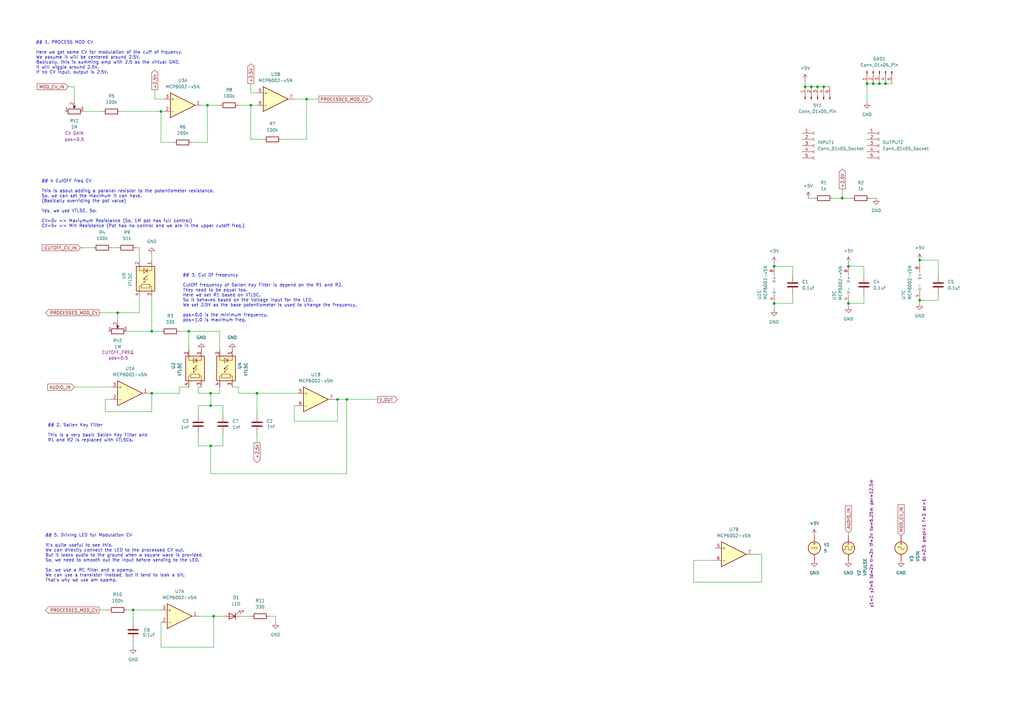
<source format=kicad_sch>
(kicad_sch (version 20231120) (generator "eeschema") (generator_version "8.0")
  (paper "A3")
  (lib_symbols
    (symbol "Amplifier_Operational:MCP6002-xSN" (pin_names (offset 0.127))
      (property "Reference" "U" (at 0 5.08 0))
      (property "Value" "MCP6002-xSN" (at 0 -5.08 0))
      (symbol "MCP6002-xSN_1_1"
        (polyline (pts (xy -5.08 5.08) (xy 5.08 0) (xy -5.08 -5.08) (xy -5.08 5.08)) (stroke (width 0.254)) (fill (type background)))
        (pin output line (at 7.62 0 180) (length 2.54) (name "~") (number "1"))
        (pin input line (at -7.62 -2.54 0) (length 2.54) (name "-") (number "2"))
        (pin input line (at -7.62 2.54 0) (length 2.54) (name "+") (number "3"))
      )
      (symbol "MCP6002-xSN_2_1"
        (polyline (pts (xy -5.08 5.08) (xy 5.08 0) (xy -5.08 -5.08) (xy -5.08 5.08)) (stroke (width 0.254)) (fill (type background)))
        (pin input line (at -7.62 2.54 0) (length 2.54) (name "+") (number "5"))
        (pin input line (at -7.62 -2.54 0) (length 2.54) (name "-") (number "6"))
        (pin output line (at 7.62 0 180) (length 2.54) (name "~") (number "7"))
      )
      (symbol "MCP6002-xSN_3_1"
        (pin power_in line (at -2.54 -7.62 90) (length 3.81) (name "V-") (number "4"))
        (pin power_in line (at -2.54 7.62 270) (length 3.81) (name "V+") (number "8"))
      )
    )
    (symbol "Connector:Conn_01x05_Pin" (pin_names (offset 1.016) hide)
      (property "Reference" "J" (at 0 7.62 0))
      (property "Value" "Conn_01x05_Pin" (at 0 -7.62 0))
      (symbol "Conn_01x05_Pin_1_1"
        (polyline (pts (xy 1.27 -5.08) (xy 0.8636 -5.08)) (stroke (width 0.1524)))
        (polyline (pts (xy 1.27 -2.54) (xy 0.8636 -2.54)) (stroke (width 0.1524)))
        (polyline (pts (xy 1.27 0) (xy 0.8636 0)) (stroke (width 0.1524)))
        (polyline (pts (xy 1.27 2.54) (xy 0.8636 2.54)) (stroke (width 0.1524)))
        (polyline (pts (xy 1.27 5.08) (xy 0.8636 5.08)) (stroke (width 0.1524)))
        (rectangle (start 0.8636 -4.953) (end 0 -5.207) (stroke (width 0.1524)) (fill (type outline)))
        (rectangle (start 0.8636 -2.413) (end 0 -2.667) (stroke (width 0.1524)) (fill (type outline)))
        (rectangle (start 0.8636 0.127) (end 0 -0.127) (stroke (width 0.1524)) (fill (type outline)))
        (rectangle (start 0.8636 2.667) (end 0 2.413) (stroke (width 0.1524)) (fill (type outline)))
        (rectangle (start 0.8636 5.207) (end 0 4.953) (stroke (width 0.1524)) (fill (type outline)))
        (pin passive line (at 5.08 5.08 180) (length 3.81) (name "Pin_1") (number "1"))
        (pin passive line (at 5.08 2.54 180) (length 3.81) (name "Pin_2") (number "2"))
        (pin passive line (at 5.08 0 180) (length 3.81) (name "Pin_3") (number "3"))
        (pin passive line (at 5.08 -2.54 180) (length 3.81) (name "Pin_4") (number "4"))
        (pin passive line (at 5.08 -5.08 180) (length 3.81) (name "Pin_5") (number "5"))
      )
    )
    (symbol "Connector:Conn_01x05_Socket" (pin_names (offset 1.016) hide)
      (property "Reference" "J" (at 0 7.62 0))
      (property "Value" "Conn_01x05_Socket" (at 0 -7.62 0))
      (symbol "Conn_01x05_Socket_1_1"
        (arc (start 0 -4.572) (mid -0.5058 -5.08) (end 0 -5.588) (stroke (width 0.1524)))
        (arc (start 0 -2.032) (mid -0.5058 -2.54) (end 0 -3.048) (stroke (width 0.1524)))
        (polyline (pts (xy -1.27 -5.08) (xy -0.508 -5.08)) (stroke (width 0.1524)))
        (polyline (pts (xy -1.27 -2.54) (xy -0.508 -2.54)) (stroke (width 0.1524)))
        (polyline (pts (xy -1.27 0) (xy -0.508 0)) (stroke (width 0.1524)))
        (polyline (pts (xy -1.27 2.54) (xy -0.508 2.54)) (stroke (width 0.1524)))
        (polyline (pts (xy -1.27 5.08) (xy -0.508 5.08)) (stroke (width 0.1524)))
        (arc (start 0 0.508) (mid -0.5058 0) (end 0 -0.508) (stroke (width 0.1524)))
        (arc (start 0 3.048) (mid -0.5058 2.54) (end 0 2.032) (stroke (width 0.1524)))
        (arc (start 0 5.588) (mid -0.5058 5.08) (end 0 4.572) (stroke (width 0.1524)))
        (pin passive line (at -5.08 5.08 0) (length 3.81) (name "Pin_1") (number "1"))
        (pin passive line (at -5.08 2.54 0) (length 3.81) (name "Pin_2") (number "2"))
        (pin passive line (at -5.08 0 0) (length 3.81) (name "Pin_3") (number "3"))
        (pin passive line (at -5.08 -2.54 0) (length 3.81) (name "Pin_4") (number "4"))
        (pin passive line (at -5.08 -5.08 0) (length 3.81) (name "Pin_5") (number "5"))
      )
    )
    (symbol "Device:C" (pin_numbers hide) (pin_names (offset 0.254))
      (property "Reference" "C" (at 0.635 2.54 0))
      (property "Value" "C" (at 0.635 -2.54 0))
      (symbol "C_0_1"
        (polyline (pts (xy -2.032 -0.762) (xy 2.032 -0.762)) (stroke (width 0.508)))
        (polyline (pts (xy -2.032 0.762) (xy 2.032 0.762)) (stroke (width 0.508)))
      )
      (symbol "C_1_1"
        (pin passive line (at 0 3.81 270) (length 2.794) (name "~") (number "1"))
        (pin passive line (at 0 -3.81 90) (length 2.794) (name "~") (number "2"))
      )
    )
    (symbol "Device:LED" (pin_numbers hide) (pin_names (offset 1.016) hide)
      (property "Reference" "D" (at 0 2.54 0))
      (property "Value" "LED" (at 0 -2.54 0))
      (symbol "LED_0_1"
        (polyline (pts (xy -1.27 -1.27) (xy -1.27 1.27)) (stroke (width 0.254)))
        (polyline (pts (xy -1.27 0) (xy 1.27 0)))
        (polyline (pts (xy 1.27 -1.27) (xy 1.27 1.27) (xy -1.27 0) (xy 1.27 -1.27)) (stroke (width 0.254)))
        (polyline (pts (xy -3.048 -0.762) (xy -4.572 -2.286) (xy -3.81 -2.286) (xy -4.572 -2.286) (xy -4.572 -1.524)))
        (polyline (pts (xy -1.778 -0.762) (xy -3.302 -2.286) (xy -2.54 -2.286) (xy -3.302 -2.286) (xy -3.302 -1.524)))
      )
      (symbol "LED_1_1"
        (pin passive line (at -3.81 0 0) (length 2.54) (name "K") (number "1"))
        (pin passive line (at 3.81 0 180) (length 2.54) (name "A") (number "2"))
      )
    )
    (symbol "Device:R" (pin_numbers hide) (pin_names (offset 0))
      (property "Reference" "R" (at 2.032 0 90))
      (property "Value" "R" (at 0 0 90))
      (symbol "R_0_1"
        (rectangle (start -1.016 -2.54) (end 1.016 2.54) (stroke (width 0.254)))
      )
      (symbol "R_1_1"
        (pin passive line (at 0 3.81 270) (length 1.27) (name "~") (number "1"))
        (pin passive line (at 0 -3.81 90) (length 1.27) (name "~") (number "2"))
      )
    )
    (symbol "Device:R_Potentiometer" (pin_names (offset 1.016) hide)
      (property "Reference" "RV" (at -4.445 0 90))
      (property "Value" "R_Potentiometer" (at -2.54 0 90))
      (symbol "R_Potentiometer_0_1"
        (polyline (pts (xy 2.54 0) (xy 1.524 0)))
        (polyline (pts (xy 1.143 0) (xy 2.286 0.508) (xy 2.286 -0.508) (xy 1.143 0)) (fill (type outline)))
        (rectangle (start 1.016 2.54) (end -1.016 -2.54) (stroke (width 0.254)))
      )
      (symbol "R_Potentiometer_1_1"
        (pin passive line (at 0 3.81 270) (length 1.27) (name "1") (number "1"))
        (pin passive line (at 3.81 0 180) (length 1.27) (name "2") (number "2"))
        (pin passive line (at 0 -3.81 90) (length 1.27) (name "3") (number "3"))
      )
    )
    (symbol "Isolator:VTL5C" (pin_names (offset 1.016) hide)
      (property "Reference" "U" (at 0 5.08 0))
      (property "Value" "VTL5C" (at 0 -5.08 0))
      (symbol "VTL5C_0_1"
        (rectangle (start -5.08 3.81) (end 5.08 -3.81) (stroke (width 0.254)) (fill (type background)))
        (polyline (pts (xy -4.318 0.762) (xy -2.286 0.762)))
        (polyline (pts (xy -1.27 0.762) (xy 0.254 -0.762)))
        (polyline (pts (xy -1.27 0.762) (xy 0.254 -0.762)))
        (polyline (pts (xy 0 0.762) (xy 1.524 -0.762)))
        (polyline (pts (xy 0.254 -0.254) (xy 0.254 -0.762) (xy -0.254 -0.762)))
        (polyline (pts (xy 0.254 -0.254) (xy 0.254 -0.762) (xy -0.254 -0.762)))
        (polyline (pts (xy 1.524 -0.254) (xy 1.524 -0.762) (xy 1.016 -0.762)))
        (polyline (pts (xy 3.048 -1.778) (xy 3.048 -2.54) (xy 5.08 -2.54)))
        (polyline (pts (xy 3.048 1.778) (xy 3.048 2.54) (xy 5.08 2.54)))
        (polyline (pts (xy -5.08 -2.54) (xy -3.302 -2.54) (xy -3.302 2.54) (xy -5.08 2.54)))
        (rectangle (start 2.286 1.778) (end 3.81 -1.778))
      )
      (symbol "VTL5C_1_1"
        (polyline (pts (xy -4.318 -0.762) (xy -3.302 0.762) (xy -2.286 -0.762) (xy -4.318 -0.762)))
        (pin passive line (at -7.62 2.54 0) (length 2.54) (name "-") (number "1"))
        (pin passive line (at -7.62 -2.54 0) (length 2.54) (name "+") (number "2"))
        (pin passive line (at 7.62 2.54 180) (length 2.54) (name "~") (number "3"))
        (pin passive line (at 7.62 -2.54 180) (length 2.54) (name "~") (number "4"))
      )
    )
    (symbol "Simulation_SPICE:VDC" (pin_numbers hide) (pin_names (offset 0.0254))
      (property "Reference" "V" (at 2.54 2.54 0))
      (property "Value" "1" (at 2.54 0 0))
      (symbol "VDC_0_0"
        (polyline (pts (xy -1.27 0.254) (xy 1.27 0.254)))
        (polyline (pts (xy -0.762 -0.254) (xy -1.27 -0.254)))
        (polyline (pts (xy 0.254 -0.254) (xy -0.254 -0.254)))
        (polyline (pts (xy 1.27 -0.254) (xy 0.762 -0.254)))
        (text "+" (at 0 1.905 0) (effects (font (size 1.27 1.27))))
      )
      (symbol "VDC_0_1"
        (circle (center 0 0) (radius 2.54) (stroke (width 0.254)) (fill (type background)))
      )
      (symbol "VDC_1_1"
        (pin passive line (at 0 5.08 270) (length 2.54) (name "~") (number "1"))
        (pin passive line (at 0 -5.08 90) (length 2.54) (name "~") (number "2"))
      )
    )
    (symbol "Simulation_SPICE:VPULSE" (pin_numbers hide) (pin_names (offset 0.0254))
      (property "Reference" "V" (at 2.54 2.54 0))
      (property "Value" "VPULSE" (at 2.54 0 0))
      (property "Sim.Params" "y1=0 y2=1 td=2n tr=2n tf=2n tw=50n per=100n" (at 2.54 -2.54 0))
      (symbol "VPULSE_0_0"
        (polyline (pts (xy -2.032 -0.762) (xy -1.397 -0.762) (xy -1.143 0.762) (xy -0.127 0.762) (xy 0.127 -0.762) (xy 1.143 -0.762) (xy 1.397 0.762) (xy 2.032 0.762)))
        (text "+" (at 0 1.905 0) (effects (font (size 1.27 1.27))))
      )
      (symbol "VPULSE_0_1"
        (circle (center 0 0) (radius 2.54) (stroke (width 0.254)) (fill (type background)))
      )
      (symbol "VPULSE_1_1"
        (pin passive line (at 0 5.08 270) (length 2.54) (name "~") (number "1"))
        (pin passive line (at 0 -5.08 90) (length 2.54) (name "~") (number "2"))
      )
    )
    (symbol "Simulation_SPICE:VSIN" (pin_numbers hide) (pin_names (offset 0.0254))
      (property "Reference" "V" (at 2.54 2.54 0))
      (property "Value" "VSIN" (at 2.54 0 0))
      (property "Sim.Params" "dc=0 ampl=1 f=1k ac=1" (at 2.54 -2.54 0))
      (symbol "VSIN_0_0"
        (arc (start 0 0) (mid -0.635 0.6323) (end -1.27 0))
        (arc (start 0 0) (mid 0.635 -0.6323) (end 1.27 0))
        (text "+" (at 0 1.905 0) (effects (font (size 1.27 1.27))))
      )
      (symbol "VSIN_0_1"
        (circle (center 0 0) (radius 2.54) (stroke (width 0.254)) (fill (type background)))
      )
      (symbol "VSIN_1_1"
        (pin passive line (at 0 5.08 270) (length 2.54) (name "~") (number "1"))
        (pin passive line (at 0 -5.08 90) (length 2.54) (name "~") (number "2"))
      )
    )
    (symbol "power:+5V" (power) (pin_numbers hide) (pin_names (offset 0) hide)
      (property "Value" "+5V" (at 0 3.556 0))
      (symbol "+5V_0_1"
        (polyline (pts (xy -0.762 1.27) (xy 0 2.54)))
        (polyline (pts (xy 0 0) (xy 0 2.54)))
        (polyline (pts (xy 0 2.54) (xy 0.762 1.27)))
      )
      (symbol "+5V_1_1"
        (pin power_in line (at 0 0 90) (length 0) (name "~") (number "1"))
      )
    )
    (symbol "power:GND" (power) (pin_numbers hide) (pin_names (offset 0) hide)
      (property "Value" "GND" (at 0 -3.81 0))
      (symbol "GND_0_1"
        (polyline (pts (xy 0 0) (xy 0 -1.27) (xy 1.27 -1.27) (xy 0 -2.54) (xy -1.27 -1.27) (xy 0 -1.27)))
      )
      (symbol "GND_1_1"
        (pin power_in line (at 0 0 270) (length 0) (name "~") (number "1"))
      )
    )
  )
  (junction (at 332.74 35.56))
  (junction (at 62.23 135.89))
  (junction (at 66.04 45.72))
  (junction (at 358.14 34.29))
  (junction (at 105.41 161.29))
  (junction (at 62.23 161.29))
  (junction (at 377.19 123.19))
  (junction (at 317.5 109.22))
  (junction (at 330.2 35.56))
  (junction (at 337.82 35.56))
  (junction (at 363.22 34.29))
  (junction (at 345.44 81.28))
  (junction (at 54.61 250.19))
  (junction (at 138.43 163.83))
  (junction (at 377.19 106.68))
  (junction (at 102.87 43.18))
  (junction (at 360.68 34.29))
  (junction (at 86.36 182.88))
  (junction (at 347.98 124.46))
  (junction (at 335.28 35.56))
  (junction (at 85.09 43.18))
  (junction (at 317.5 124.46))
  (junction (at 86.36 161.29))
  (junction (at 125.73 40.64))
  (junction (at 87.63 252.73))
  (junction (at 86.36 166.37))
  (junction (at 48.26 128.27))
  (junction (at 355.6 34.29))
  (junction (at 347.98 109.22))
  (junction (at 77.47 135.89))
  (junction (at 142.24 163.83))
  (wire (pts (xy 77.47 158.75) (xy 73.66 158.75)))
  (wire (pts (xy 91.44 252.73) (xy 87.63 252.73)))
  (wire (pts (xy 34.29 45.72) (xy 41.91 45.72)))
  (wire (pts (xy 91.44 166.37) (xy 86.36 166.37)))
  (wire (pts (xy 113.03 252.73) (xy 113.03 255.27)))
  (wire (pts (xy 81.28 161.29) (xy 81.28 158.75)))
  (wire (pts (xy 102.87 38.1) (xy 105.41 38.1)))
  (wire (pts (xy 105.41 161.29) (xy 105.41 170.18)))
  (wire (pts (xy 354.33 120.65) (xy 354.33 124.46)))
  (wire (pts (xy 43.18 163.83) (xy 43.18 168.91)))
  (wire (pts (xy 62.23 104.14) (xy 62.23 106.68)))
  (wire (pts (xy 91.44 177.8) (xy 91.44 182.88)))
  (wire (pts (xy 55.88 101.6) (xy 57.15 101.6)))
  (wire (pts (xy 87.63 265.43) (xy 66.04 265.43)))
  (wire (pts (xy 337.82 35.56) (xy 340.36 35.56)))
  (wire (pts (xy 81.28 182.88) (xy 86.36 182.88)))
  (wire (pts (xy 57.15 128.27) (xy 48.26 128.27)))
  (wire (pts (xy 325.12 120.65) (xy 325.12 124.46)))
  (wire (pts (xy 81.28 166.37) (xy 81.28 170.18)))
  (wire (pts (xy 354.33 113.03) (xy 354.33 109.22)))
  (wire (pts (xy 347.98 218.44) (xy 347.98 219.71)))
  (wire (pts (xy 330.2 35.56) (xy 332.74 35.56)))
  (wire (pts (xy 347.98 125.73) (xy 347.98 124.46)))
  (wire (pts (xy 95.25 158.75) (xy 97.79 158.75)))
  (wire (pts (xy 40.64 128.27) (xy 48.26 128.27)))
  (wire (pts (xy 120.65 166.37) (xy 121.92 166.37)))
  (wire (pts (xy 308.61 227.33) (xy 312.42 227.33)))
  (wire (pts (xy 97.79 161.29) (xy 105.41 161.29)))
  (wire (pts (xy 73.66 158.75) (xy 73.66 161.29)))
  (wire (pts (xy 363.22 34.29) (xy 365.76 34.29)))
  (wire (pts (xy 102.87 34.29) (xy 102.87 38.1)))
  (wire (pts (xy 81.28 161.29) (xy 86.36 161.29)))
  (wire (pts (xy 86.36 161.29) (xy 90.17 161.29)))
  (wire (pts (xy 345.44 77.47) (xy 345.44 81.28)))
  (wire (pts (xy 345.44 81.28) (xy 349.25 81.28)))
  (wire (pts (xy 87.63 252.73) (xy 87.63 265.43)))
  (wire (pts (xy 377.19 106.68) (xy 377.19 107.95)))
  (wire (pts (xy 85.09 58.42) (xy 78.74 58.42)))
  (wire (pts (xy 335.28 35.56) (xy 337.82 35.56)))
  (wire (pts (xy 57.15 121.92) (xy 57.15 128.27)))
  (wire (pts (xy 49.53 45.72) (xy 66.04 45.72)))
  (wire (pts (xy 71.12 58.42) (xy 66.04 58.42)))
  (wire (pts (xy 60.96 161.29) (xy 62.23 161.29)))
  (wire (pts (xy 355.6 34.29) (xy 358.14 34.29)))
  (wire (pts (xy 359.41 81.28) (xy 356.87 81.28)))
  (wire (pts (xy 48.26 128.27) (xy 48.26 132.08)))
  (wire (pts (xy 82.55 43.18) (xy 85.09 43.18)))
  (wire (pts (xy 125.73 57.15) (xy 125.73 40.64)))
  (wire (pts (xy 86.36 182.88) (xy 91.44 182.88)))
  (wire (pts (xy 355.6 34.29) (xy 355.6 41.91)))
  (wire (pts (xy 284.48 238.76) (xy 284.48 229.87)))
  (wire (pts (xy 91.44 170.18) (xy 91.44 166.37)))
  (wire (pts (xy 44.45 250.19) (xy 40.64 250.19)))
  (wire (pts (xy 331.47 81.28) (xy 334.01 81.28)))
  (wire (pts (xy 90.17 143.51) (xy 90.17 135.89)))
  (wire (pts (xy 384.81 120.65) (xy 384.81 123.19)))
  (wire (pts (xy 115.57 57.15) (xy 125.73 57.15)))
  (wire (pts (xy 330.2 35.56) (xy 330.2 33.02)))
  (wire (pts (xy 110.49 252.73) (xy 113.03 252.73)))
  (wire (pts (xy 77.47 135.89) (xy 77.47 143.51)))
  (wire (pts (xy 81.28 158.75) (xy 82.55 158.75)))
  (wire (pts (xy 120.65 172.72) (xy 120.65 166.37)))
  (wire (pts (xy 142.24 163.83) (xy 154.94 163.83)))
  (wire (pts (xy 62.23 121.92) (xy 62.23 135.89)))
  (wire (pts (xy 384.81 113.03) (xy 384.81 106.68)))
  (wire (pts (xy 54.61 250.19) (xy 54.61 255.27)))
  (wire (pts (xy 360.68 34.29) (xy 363.22 34.29)))
  (wire (pts (xy 97.79 158.75) (xy 97.79 161.29)))
  (wire (pts (xy 354.33 124.46) (xy 347.98 124.46)))
  (wire (pts (xy 57.15 101.6) (xy 57.15 106.68)))
  (wire (pts (xy 125.73 40.64) (xy 120.65 40.64)))
  (wire (pts (xy 81.28 252.73) (xy 87.63 252.73)))
  (wire (pts (xy 97.79 43.18) (xy 102.87 43.18)))
  (wire (pts (xy 30.48 35.56) (xy 30.48 41.91)))
  (wire (pts (xy 137.16 163.83) (xy 138.43 163.83)))
  (wire (pts (xy 90.17 135.89) (xy 77.47 135.89)))
  (wire (pts (xy 66.04 58.42) (xy 66.04 45.72)))
  (wire (pts (xy 67.31 40.64) (xy 63.5 40.64)))
  (wire (pts (xy 63.5 40.64) (xy 63.5 36.83)))
  (wire (pts (xy 105.41 181.61) (xy 105.41 177.8)))
  (wire (pts (xy 142.24 194.31) (xy 142.24 163.83)))
  (wire (pts (xy 62.23 161.29) (xy 73.66 161.29)))
  (wire (pts (xy 86.36 161.29) (xy 86.36 166.37)))
  (wire (pts (xy 73.66 135.89) (xy 77.47 135.89)))
  (wire (pts (xy 347.98 107.95) (xy 347.98 109.22)))
  (wire (pts (xy 107.95 57.15) (xy 102.87 57.15)))
  (wire (pts (xy 62.23 135.89) (xy 66.04 135.89)))
  (wire (pts (xy 102.87 43.18) (xy 105.41 43.18)))
  (wire (pts (xy 90.17 158.75) (xy 90.17 161.29)))
  (wire (pts (xy 85.09 43.18) (xy 85.09 58.42)))
  (wire (pts (xy 354.33 109.22) (xy 347.98 109.22)))
  (wire (pts (xy 138.43 172.72) (xy 120.65 172.72)))
  (wire (pts (xy 45.72 163.83) (xy 43.18 163.83)))
  (wire (pts (xy 33.02 101.6) (xy 38.1 101.6)))
  (wire (pts (xy 317.5 127) (xy 317.5 124.46)))
  (wire (pts (xy 66.04 265.43) (xy 66.04 255.27)))
  (wire (pts (xy 52.07 135.89) (xy 62.23 135.89)))
  (wire (pts (xy 384.81 106.68) (xy 377.19 106.68)))
  (wire (pts (xy 27.94 35.56) (xy 30.48 35.56)))
  (wire (pts (xy 332.74 35.56) (xy 335.28 35.56)))
  (wire (pts (xy 86.36 182.88) (xy 86.36 194.31)))
  (wire (pts (xy 384.81 123.19) (xy 377.19 123.19)))
  (wire (pts (xy 284.48 229.87) (xy 293.37 229.87)))
  (wire (pts (xy 325.12 113.03) (xy 325.12 109.22)))
  (wire (pts (xy 54.61 250.19) (xy 66.04 250.19)))
  (wire (pts (xy 341.63 81.28) (xy 345.44 81.28)))
  (wire (pts (xy 377.19 124.46) (xy 377.19 123.19)))
  (wire (pts (xy 85.09 43.18) (xy 90.17 43.18)))
  (wire (pts (xy 52.07 250.19) (xy 54.61 250.19)))
  (wire (pts (xy 102.87 57.15) (xy 102.87 43.18)))
  (wire (pts (xy 138.43 163.83) (xy 142.24 163.83)))
  (wire (pts (xy 86.36 194.31) (xy 142.24 194.31)))
  (wire (pts (xy 48.26 101.6) (xy 45.72 101.6)))
  (wire (pts (xy 325.12 124.46) (xy 317.5 124.46)))
  (wire (pts (xy 81.28 166.37) (xy 86.36 166.37)))
  (wire (pts (xy 312.42 227.33) (xy 312.42 238.76)))
  (wire (pts (xy 312.42 238.76) (xy 284.48 238.76)))
  (wire (pts (xy 102.87 252.73) (xy 99.06 252.73)))
  (wire (pts (xy 62.23 168.91) (xy 62.23 161.29)))
  (wire (pts (xy 325.12 109.22) (xy 317.5 109.22)))
  (wire (pts (xy 54.61 265.43) (xy 54.61 262.89)))
  (wire (pts (xy 30.48 158.75) (xy 45.72 158.75)))
  (wire (pts (xy 66.04 45.72) (xy 67.31 45.72)))
  (wire (pts (xy 125.73 40.64) (xy 130.81 40.64)))
  (wire (pts (xy 81.28 177.8) (xy 81.28 182.88)))
  (wire (pts (xy 317.5 107.95) (xy 317.5 109.22)))
  (wire (pts (xy 43.18 168.91) (xy 62.23 168.91)))
  (wire (pts (xy 105.41 161.29) (xy 121.92 161.29)))
  (wire (pts (xy 138.43 163.83) (xy 138.43 172.72)))
  (wire (pts (xy 358.14 34.29) (xy 360.68 34.29)))
  (text "## 3. Cut Of freqeuncy\n\nCutOff frequency of Sallen Key Filter is depend on the R1 and R2.\nThey need to be equal too.\nHere we set R1 based on VTL5C. \nSo it behaves based on the Voltage input for the LED.\nWe set 2.5V as the base potentiometer is used to change the frequency.\n\npos=0.0 is the minimum frequency.\npos=1.0 is maximum freq." (at 74.93 122.174 0) (effects (font (size 1.27 1.27)) (justify left)))
  (text "## 1. PROCESS MOD CV\n\nHere we get some CV for modulation of the cuff of frquency.\nWe assume it will be centered around 2.5V.\nBasically, this is summing amp with 2.5 as the virtual GND.\nIt will wiggle around 2.5V.\nIf no CV input, output is 2.5V." (at 14.732 23.622 0) (effects (font (size 1.27 1.27)) (justify left)))
  (text "## 4 CutOFF freq CV\n\nThis is about adding a parallel resistor to the potentiometer resistance.\nSo, we can set the maximum it can have. \n(Basically overriding the pot value)\n\nYes, we use VTL5C. So:\n\nCV=0v => Maxiumum Resistance (So, 1M pot has full control)\nCV=5v => Min Resistance (Pot has no control and we are in the upper cutoff freq.)" (at 17.018 83.566 0) (effects (font (size 1.27 1.27)) (justify left)))
  (text "## 2. Sallen Key Filter\n\nThis is a very basic Sallen Key Filter and\nR1 and R2 is replaced with VTL5Cs." (at 19.558 177.546 0) (effects (font (size 1.27 1.27)) (justify left)))
  (text "## 5. Driving LED for Modulation CV\n\nIt's quite useful to see this.\nWe can directly connect the LED to the processed CV out.\nBut it leaks audio to the ground when a square wave is provided.\nSo, we need to smooth out the input before sending to the LED.\n\nSo, we use a RC filter and a opamp. \nWe can use a transistor instead, but it tend to leak a bit.\nThat's why we use am opamp." (at 18.542 228.854 0) (effects (font (size 1.27 1.27)) (justify left)))
  (global_label "+2.5V" (shape output) (at 102.87 34.29 90) (property "Intersheetrefs" "${INTERSHEET_REFS}" (effects (hide yes))))
  (global_label "AUDIO_IN" (shape input) (at 30.48 158.75 180) (property "Intersheetrefs" "${INTERSHEET_REFS}" (effects (hide yes))))
  (global_label "+2.5V" (shape output) (at 63.5 36.83 90) (property "Intersheetrefs" "${INTERSHEET_REFS}" (effects (hide yes))))
  (global_label "AUDIO_IN" (shape input) (at 347.98 218.44 90) (property "Intersheetrefs" "${INTERSHEET_REFS}" (effects (hide yes))))
  (global_label "CUTOFF_CV_IN" (shape input) (at 33.02 101.6 180) (property "Intersheetrefs" "${INTERSHEET_REFS}" (effects (hide yes))))
  (global_label "PROCESSED_MOD_CV" (shape output) (at 40.64 250.19 180) (property "Intersheetrefs" "${INTERSHEET_REFS}" (effects (hide yes))))
  (global_label "MOD_CV_IN" (shape input) (at 27.94 35.56 180) (property "Intersheetrefs" "${INTERSHEET_REFS}" (effects (hide yes))))
  (global_label "V_OUT" (shape output) (at 154.94 163.83 0) (property "Intersheetrefs" "${INTERSHEET_REFS}" (effects (hide yes))))
  (global_label "MOD_CV_IN" (shape input) (at 369.57 219.71 90) (property "Intersheetrefs" "${INTERSHEET_REFS}" (effects (hide yes))))
  (global_label "PROCESSED_MOD_CV" (shape output) (at 40.64 128.27 180) (property "Intersheetrefs" "${INTERSHEET_REFS}" (effects (hide yes))))
  (global_label "+2.5V" (shape output) (at 105.41 181.61 270) (property "Intersheetrefs" "${INTERSHEET_REFS}" (effects (hide yes))))
  (global_label "+2.5V" (shape output) (at 345.44 77.47 90) (property "Intersheetrefs" "${INTERSHEET_REFS}" (effects (hide yes))))
  (global_label "PROCESSED_MOD_CV" (shape output) (at 130.81 40.64 0) (property "Intersheetrefs" "${INTERSHEET_REFS}" (effects (hide yes))))
  (symbol (lib_id "Device:R") (at 337.82 81.28 90) (unit 1)
    (property "Reference" "R1" (at 337.82 74.93 90))
    (property "Value" "1k" (at 337.82 77.47 90))
    (property "Description" "Resistor" (effects (hide yes)))
  )
  (symbol (lib_id "Simulation_SPICE:VDC") (at 334.01 224.79 0) (unit 1) (on_board no)
    (property "Reference" "V1" (at 337.82 223.3901 0) (effects (justify left)))
    (property "Value" "5" (at 337.82 225.9301 0) (effects (justify left)))
    (property "Datasheet" "https://ngspice.sourceforge.io/docs/ngspice-html-manual/manual.xhtml#sec_Independent_Sources_for" (effects (hide yes)))
    (property "Description" "Voltage source, DC" (effects (hide yes)))
    (property "Sim.Pins" "1=+ 2=-" (effects (hide yes)))
    (property "Sim.Type" "DC" (effects (hide yes)))
    (property "Sim.Device" "V" (effects (hide yes)))
  )
  (symbol (lib_id "Device:R") (at 93.98 43.18 90) (unit 1)
    (property "Reference" "R8" (at 93.98 36.83 90))
    (property "Value" "100k" (at 93.98 39.37 90))
    (property "Description" "Resistor" (effects (hide yes)))
  )
  (symbol (lib_id "Connector:Conn_01x05_Pin") (at 335.28 40.64 90) (unit 1) (exclude_from_sim yes)
    (property "Reference" "5V1" (at 335.28 43.18 90))
    (property "Value" "Conn_01x05_Pin" (at 335.28 45.72 90))
    (property "Footprint" "Connector_PinHeader_2.54mm:PinHeader_1x05_P2.54mm_Vertical" (effects (hide yes)))
    (property "Description" "Generic connector, single row, 01x05, script generated" (effects (hide yes)))
  )
  (symbol (lib_id "Amplifier_Operational:MCP6002-xSN") (at 74.93 43.18 0) (unit 1)
    (property "Reference" "U3" (at 74.93 33.02 0))
    (property "Value" "MCP6002-xSN" (at 74.93 35.56 0))
    (property "Datasheet" "http://ww1.microchip.com/downloads/en/DeviceDoc/21733j.pdf" (effects (hide yes)))
    (property "Description" "1MHz, Low-Power Op Amp, SOIC-8" (effects (hide yes)))
    (property "Sim.Library" "${KICAD8_SYMBOL_DIR}/Simulation_SPICE.sp" (effects (hide yes)))
    (property "Sim.Name" "kicad_builtin_opamp_dual" (effects (hide yes)))
    (property "Sim.Device" "SUBCKT" (effects (hide yes)))
    (property "Sim.Pins" "1=out1 2=in1- 3=in1+ 4=vee 5=in2+ 6=in2- 7=out2 8=vcc" (effects (hide yes)))
  )
  (symbol (lib_id "Device:LED") (at 95.25 252.73 180) (unit 1)
    (property "Reference" "D1" (at 96.8375 245.11 0))
    (property "Value" "LED" (at 96.8375 247.65 0))
    (property "Description" "Light emitting diode" (effects (hide yes)))
    (property "Sim.Device" "D" (effects (hide yes)))
    (property "Sim.Pins" "1=A 2=K" (effects (hide yes)))
  )
  (symbol (lib_id "Amplifier_Operational:MCP6002-xSN") (at 320.04 116.84 0) (unit 3)
    (property "Reference" "U1" (at 311.404 122.936 90) (effects (justify left)))
    (property "Value" "MCP6002-xSN" (at 313.944 122.936 90) (effects (justify left)))
    (property "Datasheet" "http://ww1.microchip.com/downloads/en/DeviceDoc/21733j.pdf" (effects (hide yes)))
    (property "Description" "1MHz, Low-Power Op Amp, SOIC-8" (effects (hide yes)))
    (property "Sim.Library" "${KICAD8_SYMBOL_DIR}/Simulation_SPICE.sp" (effects (hide yes)))
    (property "Sim.Name" "kicad_builtin_opamp_dual" (effects (hide yes)))
    (property "Sim.Device" "SUBCKT" (effects (hide yes)))
    (property "Sim.Pins" "1=out1 2=in1- 3=in1+ 4=vee 5=in2+ 6=in2- 7=out2 8=vcc" (effects (hide yes)))
  )
  (symbol (lib_id "Device:R_Potentiometer") (at 48.26 135.89 90) (unit 1)
    (property "Reference" "RV2" (at 48.26 139.7 90))
    (property "Value" "1M" (at 48.26 142.24 90))
    (property "Description" "Potentiometer" (effects (hide yes)))
    (property "Sim.Device" "R" (effects (hide yes)))
    (property "Sim.Type" "POT" (effects (hide yes)))
    (property "Sim.Pins" "1=r0 2=wiper 3=r1" (effects (hide yes)))
    (property "Sim.Params" "pos=0.5" (at 48.514 146.812 90))
    (property "Comment" "CUTOFF_FREQ" (at 48.26 144.526 90))
  )
  (symbol (lib_id "Device:C") (at 354.33 116.84 0) (unit 1)
    (property "Reference" "C4" (at 358.14 115.5699 0) (effects (justify left)))
    (property "Value" "0.1uf" (at 358.14 118.1099 0) (effects (justify left)))
    (property "Description" "Unpolarized capacitor" (effects (hide yes)))
  )
  (symbol (lib_id "power:+5V") (at 334.01 219.71 0) (unit 1)
    (property "Reference" "#PWR02" (effects (hide yes)))
    (property "Value" "+5V" (at 334.01 214.63 0))
    (property "Description" "Power symbol creates a global label with name \"+5V\"" (effects (hide yes)))
  )
  (symbol (lib_id "power:GND") (at 317.5 127 0) (unit 1)
    (property "Reference" "#PWR09" (effects (hide yes)))
    (property "Value" "GND" (at 317.5 132.08 0))
    (property "Description" "Power symbol creates a global label with name \"GND\" , ground" (effects (hide yes)))
  )
  (symbol (lib_id "power:GND") (at 347.98 125.73 0) (unit 1)
    (property "Reference" "#PWR011" (effects (hide yes)))
    (property "Value" "GND" (at 347.98 130.81 0))
    (property "Description" "Power symbol creates a global label with name \"GND\" , ground" (effects (hide yes)))
  )
  (symbol (lib_id "power:+5V") (at 330.2 33.02 0) (unit 1)
    (property "Reference" "#PWR01" (effects (hide yes)))
    (property "Value" "+5V" (at 330.2 27.94 0))
    (property "Description" "Power symbol creates a global label with name \"+5V\"" (effects (hide yes)))
  )
  (symbol (lib_id "power:GND") (at 355.6 41.91 0) (unit 1)
    (property "Reference" "#PWR05" (effects (hide yes)))
    (property "Value" "GND" (at 355.6 46.99 0))
    (property "Description" "Power symbol creates a global label with name \"GND\" , ground" (effects (hide yes)))
  )
  (symbol (lib_id "power:GND") (at 54.61 265.43 0) (unit 1)
    (property "Reference" "#PWR018" (effects (hide yes)))
    (property "Value" "GND" (at 54.61 270.51 0))
    (property "Description" "Power symbol creates a global label with name \"GND\" , ground" (effects (hide yes)))
  )
  (symbol (lib_id "Amplifier_Operational:MCP6002-xSN") (at 300.99 227.33 0) (unit 2)
    (property "Reference" "U7" (at 300.99 217.17 0))
    (property "Value" "MCP6002-xSN" (at 300.99 219.71 0))
    (property "Datasheet" "http://ww1.microchip.com/downloads/en/DeviceDoc/21733j.pdf" (effects (hide yes)))
    (property "Description" "1MHz, Low-Power Op Amp, SOIC-8" (effects (hide yes)))
    (property "Sim.Library" "${KICAD8_SYMBOL_DIR}/Simulation_SPICE.sp" (effects (hide yes)))
    (property "Sim.Name" "kicad_builtin_opamp_dual" (effects (hide yes)))
    (property "Sim.Device" "SUBCKT" (effects (hide yes)))
    (property "Sim.Pins" "1=out1 2=in1- 3=in1+ 4=vee 5=in2+ 6=in2- 7=out2 8=vcc" (effects (hide yes)))
  )
  (symbol (lib_id "Simulation_SPICE:VPULSE") (at 347.98 224.79 0) (unit 1)
    (property "Reference" "V2" (at 352.298 236.22 90) (effects (justify left)))
    (property "Value" "VPULSE" (at 354.838 236.22 90) (effects (justify left)))
    (property "Datasheet" "https://ngspice.sourceforge.io/docs/ngspice-html-manual/manual.xhtml#sec_Independent_Sources_for" (effects (hide yes)))
    (property "Description" "Voltage source, pulse" (effects (hide yes)))
    (property "Sim.Pins" "1=+ 2=-" (effects (hide yes)))
    (property "Sim.Type" "PULSE" (effects (hide yes)))
    (property "Sim.Device" "V" (effects (hide yes)))
    (property "Sim.Params" "y1=1 y2=5 td=2n tr=2n tf=2n tw=6.25m per=12.5m" (at 357.378 249.174 90) (effects (justify left)))
  )
  (symbol (lib_id "power:GND") (at 95.25 143.51 180) (unit 1)
    (property "Reference" "#PWR014" (effects (hide yes)))
    (property "Value" "GND" (at 95.25 138.43 0))
    (property "Description" "Power symbol creates a global label with name \"GND\" , ground" (effects (hide yes)))
  )
  (symbol (lib_id "Device:C") (at 91.44 173.99 0) (unit 1)
    (property "Reference" "C7" (at 95.25 172.7199 0) (effects (justify left)))
    (property "Value" "1nf" (at 95.25 175.2599 0) (effects (justify left)))
    (property "Description" "Unpolarized capacitor" (effects (hide yes)))
  )
  (symbol (lib_id "Amplifier_Operational:MCP6002-xSN") (at 113.03 40.64 0) (unit 2)
    (property "Reference" "U3" (at 113.03 30.48 0))
    (property "Value" "MCP6002-xSN" (at 113.03 33.02 0))
    (property "Datasheet" "http://ww1.microchip.com/downloads/en/DeviceDoc/21733j.pdf" (effects (hide yes)))
    (property "Description" "1MHz, Low-Power Op Amp, SOIC-8" (effects (hide yes)))
    (property "Sim.Library" "${KICAD8_SYMBOL_DIR}/Simulation_SPICE.sp" (effects (hide yes)))
    (property "Sim.Name" "kicad_builtin_opamp_dual" (effects (hide yes)))
    (property "Sim.Device" "SUBCKT" (effects (hide yes)))
    (property "Sim.Pins" "1=out1 2=in1- 3=in1+ 4=vee 5=in2+ 6=in2- 7=out2 8=vcc" (effects (hide yes)))
  )
  (symbol (lib_id "Amplifier_Operational:MCP6002-xSN") (at 73.66 252.73 0) (unit 1)
    (property "Reference" "U7" (at 73.66 242.57 0))
    (property "Value" "MCP6002-xSN" (at 73.66 245.11 0))
    (property "Datasheet" "http://ww1.microchip.com/downloads/en/DeviceDoc/21733j.pdf" (effects (hide yes)))
    (property "Description" "1MHz, Low-Power Op Amp, SOIC-8" (effects (hide yes)))
    (property "Sim.Library" "${KICAD8_SYMBOL_DIR}/Simulation_SPICE.sp" (effects (hide yes)))
    (property "Sim.Name" "kicad_builtin_opamp_dual" (effects (hide yes)))
    (property "Sim.Device" "SUBCKT" (effects (hide yes)))
    (property "Sim.Pins" "1=out1 2=in1- 3=in1+ 4=vee 5=in2+ 6=in2- 7=out2 8=vcc" (effects (hide yes)))
  )
  (symbol (lib_id "Device:R") (at 74.93 58.42 90) (unit 1)
    (property "Reference" "R6" (at 74.93 52.07 90))
    (property "Value" "200k" (at 74.93 54.61 90))
    (property "Description" "Resistor" (effects (hide yes)))
  )
  (symbol (lib_id "power:GND") (at 334.01 229.87 0) (unit 1)
    (property "Reference" "#PWR03" (effects (hide yes)))
    (property "Value" "GND" (at 334.01 234.95 0))
    (property "Description" "Power symbol creates a global label with name \"GND\" , ground" (effects (hide yes)))
  )
  (symbol (lib_id "Device:C") (at 384.81 116.84 0) (unit 1)
    (property "Reference" "C5" (at 388.62 115.5699 0) (effects (justify left)))
    (property "Value" "0.1uf" (at 388.62 118.1099 0) (effects (justify left)))
    (property "Description" "Unpolarized capacitor" (effects (hide yes)))
  )
  (symbol (lib_id "Isolator:VTL5C") (at 59.69 114.3 270) (unit 1)
    (property "Reference" "U5" (at 50.8 111.76 0) (effects (justify left)))
    (property "Value" "VTL5C" (at 53.34 111.76 0) (effects (justify left)))
    (property "Footprint" "OptoDevice:PerkinElmer_VTL5C" (effects (hide yes)))
    (property "Datasheet" "http://www.qsl.net/wa1ion/vactrol/vactrol.pdf" (effects (hide yes)))
    (property "Description" "Low Cost Axial Vactrols" (effects (hide yes)))
    (property "Sim.Device" "SUBCKT" (effects (hide yes)))
    (property "Sim.Pins" "1=2 2=1 3=3 4=4" (effects (hide yes)))
    (property "Sim.Library" "/Users/arunoda/data/projects/kicad-splice-models/VTL5C.lib" (effects (hide yes)))
    (property "Sim.Name" "VTL5C" (effects (hide yes)))
  )
  (symbol (lib_id "power:+5V") (at 347.98 107.95 0) (unit 1)
    (property "Reference" "#PWR012" (effects (hide yes)))
    (property "Value" "+5V" (at 347.98 102.87 0))
    (property "Description" "Power symbol creates a global label with name \"+5V\"" (effects (hide yes)))
  )
  (symbol (lib_id "Amplifier_Operational:MCP6002-xSN") (at 379.73 115.57 0) (unit 3)
    (property "Reference" "U7" (at 370.586 122.936 90) (effects (justify left)))
    (property "Value" "MCP6002-xSN" (at 373.126 122.936 90) (effects (justify left)))
    (property "Datasheet" "http://ww1.microchip.com/downloads/en/DeviceDoc/21733j.pdf" (effects (hide yes)))
    (property "Description" "1MHz, Low-Power Op Amp, SOIC-8" (effects (hide yes)))
    (property "Sim.Library" "${KICAD8_SYMBOL_DIR}/Simulation_SPICE.sp" (effects (hide yes)))
    (property "Sim.Name" "kicad_builtin_opamp_dual" (effects (hide yes)))
    (property "Sim.Device" "SUBCKT" (effects (hide yes)))
    (property "Sim.Pins" "1=out1 2=in1- 3=in1+ 4=vee 5=in2+ 6=in2- 7=out2 8=vcc" (effects (hide yes)))
  )
  (symbol (lib_id "power:GND") (at 377.19 124.46 0) (unit 1)
    (property "Reference" "#PWR017" (effects (hide yes)))
    (property "Value" "GND" (at 377.19 129.54 0))
    (property "Description" "Power symbol creates a global label with name \"GND\" , ground" (effects (hide yes)))
  )
  (symbol (lib_id "Device:R_Potentiometer") (at 30.48 45.72 90) (unit 1)
    (property "Reference" "RV1" (at 30.48 49.53 90))
    (property "Value" "1M" (at 30.48 52.07 90))
    (property "Description" "Potentiometer" (effects (hide yes)))
    (property "Sim.Device" "R" (effects (hide yes)))
    (property "Sim.Type" "POT" (effects (hide yes)))
    (property "Sim.Pins" "1=r0 2=wiper 3=r1" (effects (hide yes)))
    (property "Sim.Params" "pos=0.5" (at 30.48 57.15 90))
    (property "Comment" "CV GAIN" (at 30.48 54.61 90))
  )
  (symbol (lib_id "power:GND") (at 62.23 104.14 180) (unit 1)
    (property "Reference" "#PWR015" (effects (hide yes)))
    (property "Value" "GND" (at 62.23 99.06 0))
    (property "Description" "Power symbol creates a global label with name \"GND\" , ground" (effects (hide yes)))
  )
  (symbol (lib_id "power:GND") (at 369.57 229.87 0) (unit 1)
    (property "Reference" "#PWR013" (effects (hide yes)))
    (property "Value" "GND" (at 369.57 234.95 0))
    (property "Description" "Power symbol creates a global label with name \"GND\" , ground" (effects (hide yes)))
  )
  (symbol (lib_id "Amplifier_Operational:MCP6002-xSN") (at 53.34 161.29 0) (unit 1)
    (property "Reference" "U1" (at 53.34 151.13 0))
    (property "Value" "MCP6002-xSN" (at 53.34 153.67 0))
    (property "Datasheet" "http://ww1.microchip.com/downloads/en/DeviceDoc/21733j.pdf" (effects (hide yes)))
    (property "Description" "1MHz, Low-Power Op Amp, SOIC-8" (effects (hide yes)))
    (property "Sim.Library" "${KICAD8_SYMBOL_DIR}/Simulation_SPICE.sp" (effects (hide yes)))
    (property "Sim.Name" "kicad_builtin_opamp_dual" (effects (hide yes)))
    (property "Sim.Device" "SUBCKT" (effects (hide yes)))
    (property "Sim.Pins" "1=out1 2=in1- 3=in1+ 4=vee 5=in2+ 6=in2- 7=out2 8=vcc" (effects (hide yes)))
  )
  (symbol (lib_id "power:+5V") (at 377.19 106.68 0) (unit 1)
    (property "Reference" "#PWR016" (effects (hide yes)))
    (property "Value" "+5V" (at 377.19 101.6 0))
    (property "Description" "Power symbol creates a global label with name \"+5V\"" (effects (hide yes)))
  )
  (symbol (lib_id "Connector:Conn_01x05_Socket") (at 360.68 59.69 0) (unit 1) (exclude_from_sim yes)
    (property "Reference" "OUTPUT2" (at 361.95 58.4199 0) (effects (justify left)))
    (property "Value" "Conn_01x05_Socket" (at 361.95 60.9599 0) (effects (justify left)))
    (property "Footprint" "Connector_PinSocket_2.54mm:PinSocket_1x05_P2.54mm_Vertical" (effects (hide yes)))
    (property "Description" "Generic connector, single row, 01x05, script generated" (effects (hide yes)))
  )
  (symbol (lib_id "power:GND") (at 113.03 255.27 0) (unit 1)
    (property "Reference" "#PWR019" (effects (hide yes)))
    (property "Value" "GND" (at 113.03 260.35 0))
    (property "Description" "Power symbol creates a global label with name \"GND\" , ground" (effects (hide yes)))
  )
  (symbol (lib_id "Device:R") (at 69.85 135.89 90) (unit 1)
    (property "Reference" "R3" (at 69.85 129.54 90))
    (property "Value" "330" (at 69.85 132.08 90))
    (property "Description" "Resistor" (effects (hide yes)))
  )
  (symbol (lib_id "Device:R") (at 41.91 101.6 90) (unit 1)
    (property "Reference" "R4" (at 41.91 95.25 90))
    (property "Value" "100k" (at 41.91 97.79 90))
    (property "Description" "Resistor" (effects (hide yes)))
  )
  (symbol (lib_id "Device:C") (at 325.12 116.84 0) (unit 1)
    (property "Reference" "C1" (at 328.93 115.5699 0) (effects (justify left)))
    (property "Value" "0.1uf" (at 328.93 118.1099 0) (effects (justify left)))
    (property "Description" "Unpolarized capacitor" (effects (hide yes)))
  )
  (symbol (lib_id "Amplifier_Operational:MCP6002-xSN") (at 350.52 116.84 0) (unit 3)
    (property "Reference" "U3" (at 342.138 123.19 90) (effects (justify left)))
    (property "Value" "MCP6002-xSN" (at 344.678 123.19 90) (effects (justify left)))
    (property "Datasheet" "http://ww1.microchip.com/downloads/en/DeviceDoc/21733j.pdf" (effects (hide yes)))
    (property "Description" "1MHz, Low-Power Op Amp, SOIC-8" (effects (hide yes)))
    (property "Sim.Library" "${KICAD8_SYMBOL_DIR}/Simulation_SPICE.sp" (effects (hide yes)))
    (property "Sim.Name" "kicad_builtin_opamp_dual" (effects (hide yes)))
    (property "Sim.Device" "SUBCKT" (effects (hide yes)))
    (property "Sim.Pins" "1=out1 2=in1- 3=in1+ 4=vee 5=in2+ 6=in2- 7=out2 8=vcc" (effects (hide yes)))
  )
  (symbol (lib_id "Device:R") (at 106.68 252.73 90) (unit 1)
    (property "Reference" "R11" (at 106.68 246.38 90))
    (property "Value" "330" (at 106.68 248.92 90))
    (property "Description" "Resistor" (effects (hide yes)))
  )
  (symbol (lib_id "Device:R") (at 48.26 250.19 90) (unit 1)
    (property "Reference" "R10" (at 48.26 243.84 90))
    (property "Value" "100k" (at 48.26 246.38 90))
    (property "Description" "Resistor" (effects (hide yes)))
  )
  (symbol (lib_id "power:GND") (at 359.41 81.28 0) (unit 1)
    (property "Reference" "#PWR07" (effects (hide yes)))
    (property "Value" "GND" (at 359.41 86.36 0))
    (property "Description" "Power symbol creates a global label with name \"GND\" , ground" (effects (hide yes)))
  )
  (symbol (lib_id "Device:C") (at 54.61 259.08 0) (unit 1)
    (property "Reference" "C6" (at 58.928 258.318 0) (effects (justify left)))
    (property "Value" "0.1uf" (at 58.42 260.3499 0) (effects (justify left)))
    (property "Description" "Unpolarized capacitor" (effects (hide yes)))
  )
  (symbol (lib_id "Device:R") (at 52.07 101.6 90) (unit 1)
    (property "Reference" "R9" (at 52.07 95.25 90))
    (property "Value" "51k" (at 52.07 97.79 90))
    (property "Description" "Resistor" (effects (hide yes)))
  )
  (symbol (lib_id "Device:R") (at 45.72 45.72 90) (unit 1)
    (property "Reference" "R5" (at 45.72 39.37 90))
    (property "Value" "100k" (at 45.72 41.91 90))
    (property "Description" "Resistor" (effects (hide yes)))
  )
  (symbol (lib_id "Isolator:VTL5C") (at 80.01 151.13 270) (unit 1)
    (property "Reference" "U2" (at 71.12 148.59 0) (effects (justify left)))
    (property "Value" "VTL5C" (at 73.66 148.59 0) (effects (justify left)))
    (property "Footprint" "OptoDevice:PerkinElmer_VTL5C" (effects (hide yes)))
    (property "Datasheet" "http://www.qsl.net/wa1ion/vactrol/vactrol.pdf" (effects (hide yes)))
    (property "Description" "Low Cost Axial Vactrols" (effects (hide yes)))
    (property "Sim.Device" "SUBCKT" (effects (hide yes)))
    (property "Sim.Pins" "1=2 2=1 3=3 4=4" (effects (hide yes)))
    (property "Sim.Library" "/Users/arunoda/data/projects/kicad-splice-models/VTL5C.lib" (effects (hide yes)))
    (property "Sim.Name" "VTL5C" (effects (hide yes)))
  )
  (symbol (lib_id "Device:C") (at 81.28 173.99 0) (mirror y) (unit 1)
    (property "Reference" "C3" (at 77.47 172.7199 0) (effects (justify left)))
    (property "Value" "1nf" (at 77.47 175.2599 0) (effects (justify left)))
    (property "Description" "Unpolarized capacitor" (effects (hide yes)))
  )
  (symbol (lib_id "Device:R") (at 353.06 81.28 90) (unit 1)
    (property "Reference" "R2" (at 353.06 74.93 90))
    (property "Value" "1k" (at 353.06 77.47 90))
    (property "Description" "Resistor" (effects (hide yes)))
  )
  (symbol (lib_id "Connector:Conn_01x05_Socket") (at 334.01 59.69 0) (unit 1) (exclude_from_sim yes)
    (property "Reference" "INPUT1" (at 335.28 58.4199 0) (effects (justify left)))
    (property "Value" "Conn_01x05_Socket" (at 335.28 60.9599 0) (effects (justify left)))
    (property "Footprint" "Connector_PinSocket_2.54mm:PinSocket_1x05_P2.54mm_Vertical" (effects (hide yes)))
    (property "Description" "Generic connector, single row, 01x05, script generated" (effects (hide yes)))
  )
  (symbol (lib_id "Device:C") (at 105.41 173.99 0) (unit 1)
    (property "Reference" "C2" (at 109.22 172.7199 0) (effects (justify left)))
    (property "Value" "1nf" (at 109.474 175.006 0) (effects (justify left)))
    (property "Description" "Unpolarized capacitor" (effects (hide yes)))
  )
  (symbol (lib_id "power:GND") (at 82.55 143.51 180) (unit 1)
    (property "Reference" "#PWR010" (effects (hide yes)))
    (property "Value" "GND" (at 82.55 138.43 0))
    (property "Description" "Power symbol creates a global label with name \"GND\" , ground" (effects (hide yes)))
  )
  (symbol (lib_id "power:GND") (at 347.98 229.87 0) (unit 1)
    (property "Reference" "#PWR04" (effects (hide yes)))
    (property "Value" "GND" (at 347.98 234.95 0))
    (property "Description" "Power symbol creates a global label with name \"GND\" , ground" (effects (hide yes)))
  )
  (symbol (lib_id "Isolator:VTL5C") (at 92.71 151.13 270) (unit 1)
    (property "Reference" "U4" (at 98.298 148.59 0) (effects (justify left)))
    (property "Value" "VTL5C" (at 100.838 148.59 0) (effects (justify left)))
    (property "Footprint" "OptoDevice:PerkinElmer_VTL5C" (effects (hide yes)))
    (property "Datasheet" "http://www.qsl.net/wa1ion/vactrol/vactrol.pdf" (effects (hide yes)))
    (property "Description" "Low Cost Axial Vactrols" (effects (hide yes)))
    (property "Sim.Device" "SUBCKT" (effects (hide yes)))
    (property "Sim.Pins" "1=2 2=1 3=3 4=4" (effects (hide yes)))
    (property "Sim.Library" "/Users/arunoda/data/projects/kicad-splice-models/VTL5C.lib" (effects (hide yes)))
    (property "Sim.Name" "VTL5C" (effects (hide yes)))
  )
  (symbol (lib_id "power:+5V") (at 317.5 107.95 0) (unit 1)
    (property "Reference" "#PWR08" (effects (hide yes)))
    (property "Value" "+5V" (at 317.5 102.87 0))
    (property "Description" "Power symbol creates a global label with name \"+5V\"" (effects (hide yes)))
  )
  (symbol (lib_id "Amplifier_Operational:MCP6002-xSN") (at 129.54 163.83 0) (unit 2)
    (property "Reference" "U1" (at 129.54 153.67 0))
    (property "Value" "MCP6002-xSN" (at 129.54 156.21 0))
    (property "Datasheet" "http://ww1.microchip.com/downloads/en/DeviceDoc/21733j.pdf" (effects (hide yes)))
    (property "Description" "1MHz, Low-Power Op Amp, SOIC-8" (effects (hide yes)))
    (property "Sim.Library" "${KICAD8_SYMBOL_DIR}/Simulation_SPICE.sp" (effects (hide yes)))
    (property "Sim.Name" "kicad_builtin_opamp_dual" (effects (hide yes)))
    (property "Sim.Device" "SUBCKT" (effects (hide yes)))
    (property "Sim.Pins" "1=out1 2=in1- 3=in1+ 4=vee 5=in2+ 6=in2- 7=out2 8=vcc" (effects (hide yes)))
  )
  (symbol (lib_id "Connector:Conn_01x05_Pin") (at 360.68 29.21 90) (mirror x) (unit 1) (exclude_from_sim yes)
    (property "Reference" "GND1" (at 360.68 24.13 90))
    (property "Value" "Conn_01x05_Pin" (at 360.68 26.67 90))
    (property "Footprint" "Connector_PinHeader_2.54mm:PinHeader_1x05_P2.54mm_Vertical" (effects (hide yes)))
    (property "Description" "Generic connector, single row, 01x05, script generated" (effects (hide yes)))
  )
  (symbol (lib_id "power:+5V") (at 331.47 81.28 0) (unit 1)
    (property "Reference" "#PWR06" (effects (hide yes)))
    (property "Value" "+5V" (at 331.47 76.2 0))
    (property "Description" "Power symbol creates a global label with name \"+5V\"" (effects (hide yes)))
  )
  (symbol (lib_id "Simulation_SPICE:VSIN") (at 369.57 224.79 0) (unit 1)
    (property "Reference" "V3" (at 373.888 230.378 90) (effects (justify left)))
    (property "Value" "VSIN" (at 376.428 230.378 90) (effects (justify left)))
    (property "Datasheet" "https://ngspice.sourceforge.io/docs/ngspice-html-manual/manual.xhtml#sec_Independent_Sources_for" (effects (hide yes)))
    (property "Description" "Voltage source, sinusoidal" (effects (hide yes)))
    (property "Sim.Pins" "1=+ 2=-" (effects (hide yes)))
    (property "Sim.Params" "dc=2.5 ampl=1 f=2 ac=1" (at 378.968 230.378 90) (effects (justify left)))
    (property "Sim.Type" "SIN" (effects (hide yes)))
    (property "Sim.Device" "V" (effects (hide yes)))
  )
  (symbol (lib_id "Device:R") (at 111.76 57.15 90) (unit 1)
    (property "Reference" "R7" (at 111.76 50.8 90))
    (property "Value" "100k" (at 111.76 53.34 90))
    (property "Description" "Resistor" (effects (hide yes)))
  )
)
</source>
